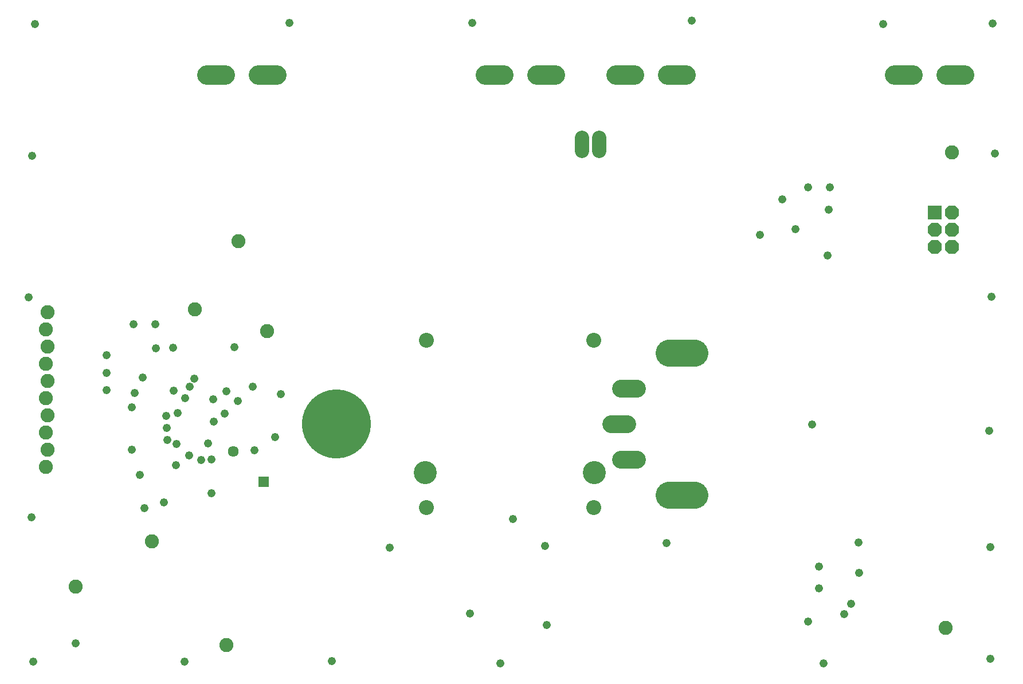
<source format=gbs>
G75*
%MOIN*%
%OFA0B0*%
%FSLAX24Y24*%
%IPPOS*%
%LPD*%
%AMOC8*
5,1,8,0,0,1.08239X$1,22.5*
%
%ADD10C,0.0820*%
%ADD11C,0.4017*%
%ADD12C,0.1025*%
%ADD13C,0.1582*%
%ADD14R,0.0820X0.0820*%
%ADD15OC8,0.0820*%
%ADD16C,0.0820*%
%ADD17C,0.1130*%
%ADD18R,0.0634X0.0634*%
%ADD19C,0.0634*%
%ADD20C,0.0867*%
%ADD21C,0.1340*%
%ADD22C,0.0476*%
D10*
X003790Y005713D03*
X008234Y008367D03*
X002070Y012680D03*
X002170Y013680D03*
X002070Y014680D03*
X002170Y015680D03*
X002070Y016680D03*
X002170Y017680D03*
X002070Y018680D03*
X002170Y019680D03*
X002070Y020680D03*
X002170Y021680D03*
X010734Y021869D03*
X014926Y020589D03*
X013274Y025833D03*
X012546Y002319D03*
X054377Y003309D03*
X054751Y030984D03*
D11*
X018954Y015180D03*
D12*
X034920Y015180D02*
X035865Y015180D01*
X035475Y013113D02*
X036420Y013113D01*
X036420Y017247D02*
X035475Y017247D01*
D13*
X038303Y019314D02*
X039805Y019314D01*
X039805Y011046D02*
X038303Y011046D01*
D14*
X053754Y027480D03*
D15*
X054754Y027480D03*
X054754Y026480D03*
X053754Y026480D03*
X053754Y025480D03*
X054754Y025480D03*
D16*
X034215Y031104D02*
X034215Y031844D01*
X033215Y031844D02*
X033215Y031104D01*
D17*
X031679Y035480D02*
X030629Y035480D01*
X028679Y035480D02*
X027629Y035480D01*
X035229Y035480D02*
X036279Y035480D01*
X038229Y035480D02*
X039279Y035480D01*
X051429Y035480D02*
X052479Y035480D01*
X054429Y035480D02*
X055479Y035480D01*
X015479Y035480D02*
X014429Y035480D01*
X012479Y035480D02*
X011429Y035480D01*
D18*
X014727Y011834D03*
D19*
X012956Y013605D03*
D20*
X024184Y010310D03*
X033924Y010310D03*
X033924Y020050D03*
X024184Y020050D03*
D21*
X024134Y012350D03*
X033974Y012350D03*
D22*
X001322Y001341D03*
X003802Y002424D03*
X010121Y001341D03*
X018684Y001381D03*
X026735Y004156D03*
X028487Y001263D03*
X031184Y003507D03*
X031086Y008074D03*
X029235Y009668D03*
X022050Y007975D03*
X014196Y013664D03*
X015377Y014412D03*
X013231Y016519D03*
X012562Y017089D03*
X011794Y016617D03*
X012463Y015790D03*
X011814Y015337D03*
X011499Y014058D03*
X011676Y013133D03*
X011086Y013093D03*
X010377Y013349D03*
X009609Y012798D03*
X009649Y014038D03*
X009117Y014255D03*
X009097Y014944D03*
X009058Y015652D03*
X009708Y015830D03*
X010160Y016676D03*
X010416Y017365D03*
X010692Y017818D03*
X009491Y017109D03*
X007680Y017897D03*
X007227Y016991D03*
X007050Y016145D03*
X005593Y017149D03*
X005593Y018152D03*
X005593Y019176D03*
X007149Y021007D03*
X008408Y021007D03*
X008448Y019589D03*
X009471Y019629D03*
X013034Y019668D03*
X014097Y017345D03*
X015731Y016932D03*
X011676Y011145D03*
X008920Y010633D03*
X007778Y010278D03*
X007523Y012227D03*
X007070Y013684D03*
X001223Y009747D03*
X001046Y022542D03*
X001263Y030790D03*
X001420Y038448D03*
X016223Y038526D03*
X026873Y038526D03*
X039609Y038664D03*
X050771Y038448D03*
X057129Y038487D03*
X057247Y030908D03*
X047660Y028960D03*
X046400Y028960D03*
X044904Y028251D03*
X045672Y026538D03*
X043605Y026204D03*
X047523Y025003D03*
X047582Y027641D03*
X057070Y022582D03*
X046637Y015141D03*
X049334Y008290D03*
X049353Y006519D03*
X047024Y006905D03*
X047030Y005633D03*
X048881Y004708D03*
X048507Y004117D03*
X046381Y003704D03*
X047306Y001243D03*
X056991Y001538D03*
X056991Y008034D03*
X056912Y014806D03*
X038172Y008251D03*
M02*

</source>
